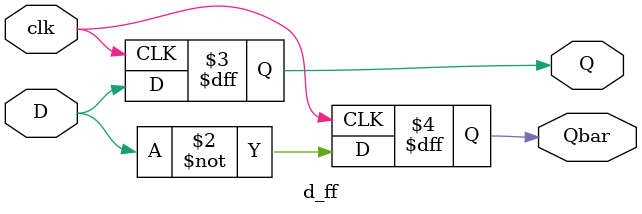
<source format=v>
module d_ff(Q,Qbar,clk,D);
output reg Q,Qbar;
input clk,D;
always @(negedge clk)
 begin
   Q<=D;
   Qbar<= (~D);

end
endmodule
</source>
